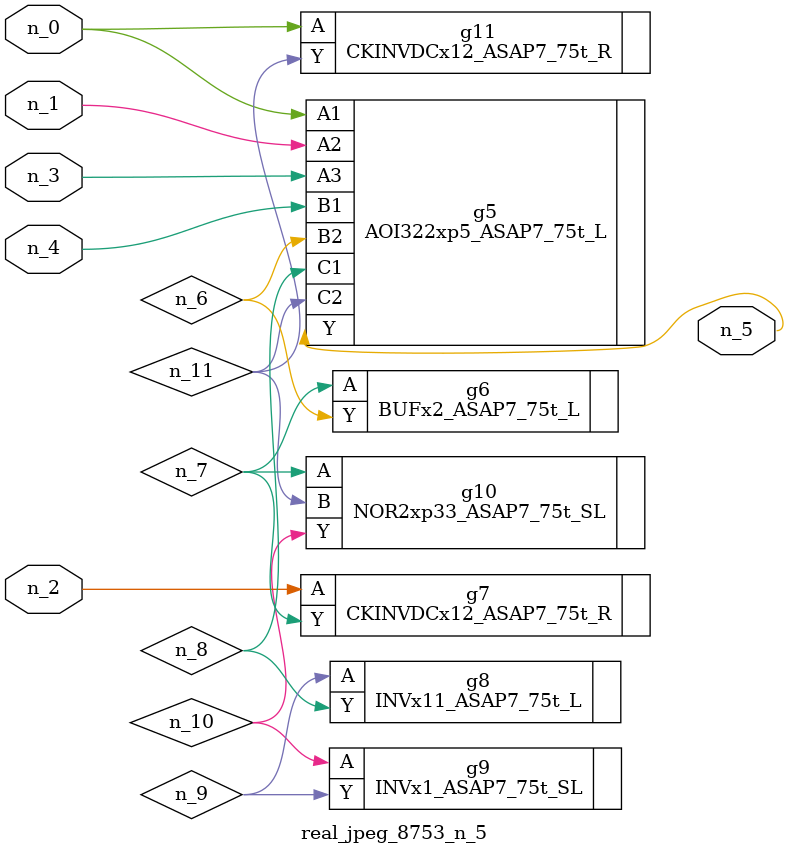
<source format=v>
module real_jpeg_8753_n_5 (n_4, n_0, n_1, n_2, n_3, n_5);

input n_4;
input n_0;
input n_1;
input n_2;
input n_3;

output n_5;

wire n_8;
wire n_11;
wire n_6;
wire n_7;
wire n_10;
wire n_9;

AOI322xp5_ASAP7_75t_L g5 ( 
.A1(n_0),
.A2(n_1),
.A3(n_3),
.B1(n_4),
.B2(n_6),
.C1(n_8),
.C2(n_11),
.Y(n_5)
);

CKINVDCx12_ASAP7_75t_R g11 ( 
.A(n_0),
.Y(n_11)
);

CKINVDCx12_ASAP7_75t_R g7 ( 
.A(n_2),
.Y(n_7)
);

BUFx2_ASAP7_75t_L g6 ( 
.A(n_7),
.Y(n_6)
);

NOR2xp33_ASAP7_75t_SL g10 ( 
.A(n_7),
.B(n_11),
.Y(n_10)
);

INVx11_ASAP7_75t_L g8 ( 
.A(n_9),
.Y(n_8)
);

INVx1_ASAP7_75t_SL g9 ( 
.A(n_10),
.Y(n_9)
);


endmodule
</source>
